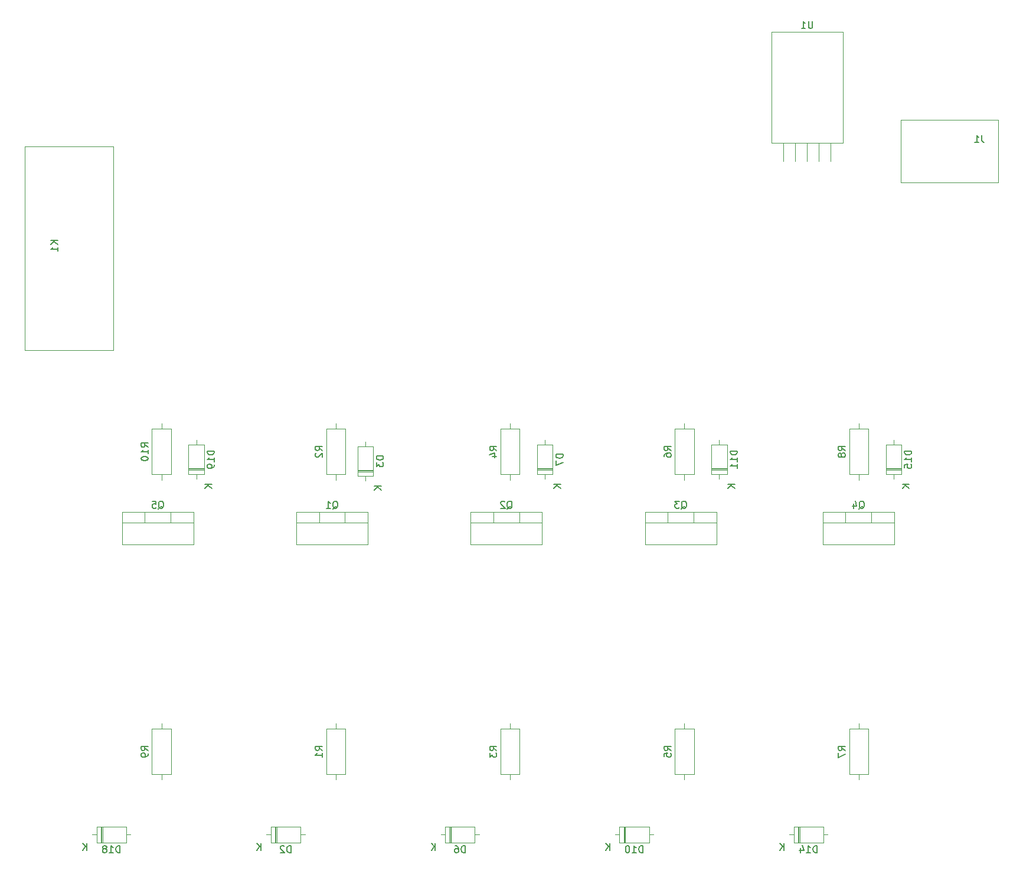
<source format=gbr>
%TF.GenerationSoftware,KiCad,Pcbnew,(5.1.10)-1*%
%TF.CreationDate,2022-08-30T02:24:47-07:00*%
%TF.ProjectId,Garden_Board,47617264-656e-45f4-926f-6172642e6b69,rev?*%
%TF.SameCoordinates,Original*%
%TF.FileFunction,Legend,Bot*%
%TF.FilePolarity,Positive*%
%FSLAX46Y46*%
G04 Gerber Fmt 4.6, Leading zero omitted, Abs format (unit mm)*
G04 Created by KiCad (PCBNEW (5.1.10)-1) date 2022-08-30 02:24:47*
%MOMM*%
%LPD*%
G01*
G04 APERTURE LIST*
%ADD10C,0.120000*%
%ADD11C,0.150000*%
G04 APERTURE END LIST*
D10*
%TO.C,U1*%
X150721000Y-56810000D02*
X140480000Y-56810000D01*
X150721000Y-40920000D02*
X140480000Y-40920000D01*
X150721000Y-40920000D02*
X150721000Y-56810000D01*
X140480000Y-40920000D02*
X140480000Y-56810000D01*
X149000000Y-56810000D02*
X149000000Y-59450000D01*
X147300000Y-56810000D02*
X147300000Y-59450000D01*
X145600000Y-56810000D02*
X145600000Y-59450000D01*
X143900000Y-56810000D02*
X143900000Y-59450000D01*
X142200000Y-56810000D02*
X142200000Y-59450000D01*
%TO.C,D19*%
X59120000Y-104310000D02*
X56880000Y-104310000D01*
X56880000Y-104310000D02*
X56880000Y-100070000D01*
X56880000Y-100070000D02*
X59120000Y-100070000D01*
X59120000Y-100070000D02*
X59120000Y-104310000D01*
X58000000Y-104960000D02*
X58000000Y-104310000D01*
X58000000Y-99420000D02*
X58000000Y-100070000D01*
X59120000Y-103590000D02*
X56880000Y-103590000D01*
X59120000Y-103470000D02*
X56880000Y-103470000D01*
X59120000Y-103710000D02*
X56880000Y-103710000D01*
%TO.C,D18*%
X43690000Y-157120000D02*
X43690000Y-154880000D01*
X43690000Y-154880000D02*
X47930000Y-154880000D01*
X47930000Y-154880000D02*
X47930000Y-157120000D01*
X47930000Y-157120000D02*
X43690000Y-157120000D01*
X43040000Y-156000000D02*
X43690000Y-156000000D01*
X48580000Y-156000000D02*
X47930000Y-156000000D01*
X44410000Y-157120000D02*
X44410000Y-154880000D01*
X44530000Y-157120000D02*
X44530000Y-154880000D01*
X44290000Y-157120000D02*
X44290000Y-154880000D01*
%TO.C,D15*%
X159120000Y-104310000D02*
X156880000Y-104310000D01*
X156880000Y-104310000D02*
X156880000Y-100070000D01*
X156880000Y-100070000D02*
X159120000Y-100070000D01*
X159120000Y-100070000D02*
X159120000Y-104310000D01*
X158000000Y-104960000D02*
X158000000Y-104310000D01*
X158000000Y-99420000D02*
X158000000Y-100070000D01*
X159120000Y-103590000D02*
X156880000Y-103590000D01*
X159120000Y-103470000D02*
X156880000Y-103470000D01*
X159120000Y-103710000D02*
X156880000Y-103710000D01*
%TO.C,D14*%
X143690000Y-157120000D02*
X143690000Y-154880000D01*
X143690000Y-154880000D02*
X147930000Y-154880000D01*
X147930000Y-154880000D02*
X147930000Y-157120000D01*
X147930000Y-157120000D02*
X143690000Y-157120000D01*
X143040000Y-156000000D02*
X143690000Y-156000000D01*
X148580000Y-156000000D02*
X147930000Y-156000000D01*
X144410000Y-157120000D02*
X144410000Y-154880000D01*
X144530000Y-157120000D02*
X144530000Y-154880000D01*
X144290000Y-157120000D02*
X144290000Y-154880000D01*
%TO.C,D11*%
X134120000Y-104310000D02*
X131880000Y-104310000D01*
X131880000Y-104310000D02*
X131880000Y-100070000D01*
X131880000Y-100070000D02*
X134120000Y-100070000D01*
X134120000Y-100070000D02*
X134120000Y-104310000D01*
X133000000Y-104960000D02*
X133000000Y-104310000D01*
X133000000Y-99420000D02*
X133000000Y-100070000D01*
X134120000Y-103590000D02*
X131880000Y-103590000D01*
X134120000Y-103470000D02*
X131880000Y-103470000D01*
X134120000Y-103710000D02*
X131880000Y-103710000D01*
%TO.C,D10*%
X118690000Y-157120000D02*
X118690000Y-154880000D01*
X118690000Y-154880000D02*
X122930000Y-154880000D01*
X122930000Y-154880000D02*
X122930000Y-157120000D01*
X122930000Y-157120000D02*
X118690000Y-157120000D01*
X118040000Y-156000000D02*
X118690000Y-156000000D01*
X123580000Y-156000000D02*
X122930000Y-156000000D01*
X119410000Y-157120000D02*
X119410000Y-154880000D01*
X119530000Y-157120000D02*
X119530000Y-154880000D01*
X119290000Y-157120000D02*
X119290000Y-154880000D01*
%TO.C,D7*%
X109120000Y-104310000D02*
X106880000Y-104310000D01*
X106880000Y-104310000D02*
X106880000Y-100070000D01*
X106880000Y-100070000D02*
X109120000Y-100070000D01*
X109120000Y-100070000D02*
X109120000Y-104310000D01*
X108000000Y-104960000D02*
X108000000Y-104310000D01*
X108000000Y-99420000D02*
X108000000Y-100070000D01*
X109120000Y-103590000D02*
X106880000Y-103590000D01*
X109120000Y-103470000D02*
X106880000Y-103470000D01*
X109120000Y-103710000D02*
X106880000Y-103710000D01*
%TO.C,D6*%
X93690000Y-157120000D02*
X93690000Y-154880000D01*
X93690000Y-154880000D02*
X97930000Y-154880000D01*
X97930000Y-154880000D02*
X97930000Y-157120000D01*
X97930000Y-157120000D02*
X93690000Y-157120000D01*
X93040000Y-156000000D02*
X93690000Y-156000000D01*
X98580000Y-156000000D02*
X97930000Y-156000000D01*
X94410000Y-157120000D02*
X94410000Y-154880000D01*
X94530000Y-157120000D02*
X94530000Y-154880000D01*
X94290000Y-157120000D02*
X94290000Y-154880000D01*
%TO.C,D3*%
X83370000Y-104560000D02*
X81130000Y-104560000D01*
X81130000Y-104560000D02*
X81130000Y-100320000D01*
X81130000Y-100320000D02*
X83370000Y-100320000D01*
X83370000Y-100320000D02*
X83370000Y-104560000D01*
X82250000Y-105210000D02*
X82250000Y-104560000D01*
X82250000Y-99670000D02*
X82250000Y-100320000D01*
X83370000Y-103840000D02*
X81130000Y-103840000D01*
X83370000Y-103720000D02*
X81130000Y-103720000D01*
X83370000Y-103960000D02*
X81130000Y-103960000D01*
%TO.C,D2*%
X68690000Y-157120000D02*
X68690000Y-154880000D01*
X68690000Y-154880000D02*
X72930000Y-154880000D01*
X72930000Y-154880000D02*
X72930000Y-157120000D01*
X72930000Y-157120000D02*
X68690000Y-157120000D01*
X68040000Y-156000000D02*
X68690000Y-156000000D01*
X73580000Y-156000000D02*
X72930000Y-156000000D01*
X69410000Y-157120000D02*
X69410000Y-154880000D01*
X69530000Y-157120000D02*
X69530000Y-154880000D01*
X69290000Y-157120000D02*
X69290000Y-154880000D01*
%TO.C,Q5*%
X57580000Y-109730000D02*
X47340000Y-109730000D01*
X57580000Y-114371000D02*
X47340000Y-114371000D01*
X57580000Y-109730000D02*
X57580000Y-114371000D01*
X47340000Y-109730000D02*
X47340000Y-114371000D01*
X57580000Y-111240000D02*
X47340000Y-111240000D01*
X54310000Y-109730000D02*
X54310000Y-111240000D01*
X50609000Y-109730000D02*
X50609000Y-111240000D01*
%TO.C,Q4*%
X158080000Y-109730000D02*
X147840000Y-109730000D01*
X158080000Y-114371000D02*
X147840000Y-114371000D01*
X158080000Y-109730000D02*
X158080000Y-114371000D01*
X147840000Y-109730000D02*
X147840000Y-114371000D01*
X158080000Y-111240000D02*
X147840000Y-111240000D01*
X154810000Y-109730000D02*
X154810000Y-111240000D01*
X151109000Y-109730000D02*
X151109000Y-111240000D01*
%TO.C,Q3*%
X132580000Y-109730000D02*
X122340000Y-109730000D01*
X132580000Y-114371000D02*
X122340000Y-114371000D01*
X132580000Y-109730000D02*
X132580000Y-114371000D01*
X122340000Y-109730000D02*
X122340000Y-114371000D01*
X132580000Y-111240000D02*
X122340000Y-111240000D01*
X129310000Y-109730000D02*
X129310000Y-111240000D01*
X125609000Y-109730000D02*
X125609000Y-111240000D01*
%TO.C,Q2*%
X107580000Y-109730000D02*
X97340000Y-109730000D01*
X107580000Y-114371000D02*
X97340000Y-114371000D01*
X107580000Y-109730000D02*
X107580000Y-114371000D01*
X97340000Y-109730000D02*
X97340000Y-114371000D01*
X107580000Y-111240000D02*
X97340000Y-111240000D01*
X104310000Y-109730000D02*
X104310000Y-111240000D01*
X100609000Y-109730000D02*
X100609000Y-111240000D01*
%TO.C,Q1*%
X82580000Y-109730000D02*
X72340000Y-109730000D01*
X82580000Y-114371000D02*
X72340000Y-114371000D01*
X82580000Y-109730000D02*
X82580000Y-114371000D01*
X72340000Y-109730000D02*
X72340000Y-114371000D01*
X82580000Y-111240000D02*
X72340000Y-111240000D01*
X79310000Y-109730000D02*
X79310000Y-111240000D01*
X75609000Y-109730000D02*
X75609000Y-111240000D01*
%TO.C,K1*%
X46090000Y-57350000D02*
X33390000Y-57350000D01*
X46090000Y-86550000D02*
X46090000Y-57350000D01*
X33390000Y-86550000D02*
X46090000Y-86550000D01*
X33390000Y-57350000D02*
X33390000Y-86550000D01*
%TO.C,R10*%
X51630000Y-97810000D02*
X54370000Y-97810000D01*
X54370000Y-97810000D02*
X54370000Y-104350000D01*
X54370000Y-104350000D02*
X51630000Y-104350000D01*
X51630000Y-104350000D02*
X51630000Y-97810000D01*
X53000000Y-97040000D02*
X53000000Y-97810000D01*
X53000000Y-105120000D02*
X53000000Y-104350000D01*
%TO.C,R9*%
X51630000Y-140810000D02*
X54370000Y-140810000D01*
X54370000Y-140810000D02*
X54370000Y-147350000D01*
X54370000Y-147350000D02*
X51630000Y-147350000D01*
X51630000Y-147350000D02*
X51630000Y-140810000D01*
X53000000Y-140040000D02*
X53000000Y-140810000D01*
X53000000Y-148120000D02*
X53000000Y-147350000D01*
%TO.C,R8*%
X151630000Y-97810000D02*
X154370000Y-97810000D01*
X154370000Y-97810000D02*
X154370000Y-104350000D01*
X154370000Y-104350000D02*
X151630000Y-104350000D01*
X151630000Y-104350000D02*
X151630000Y-97810000D01*
X153000000Y-97040000D02*
X153000000Y-97810000D01*
X153000000Y-105120000D02*
X153000000Y-104350000D01*
%TO.C,R7*%
X151630000Y-140810000D02*
X154370000Y-140810000D01*
X154370000Y-140810000D02*
X154370000Y-147350000D01*
X154370000Y-147350000D02*
X151630000Y-147350000D01*
X151630000Y-147350000D02*
X151630000Y-140810000D01*
X153000000Y-140040000D02*
X153000000Y-140810000D01*
X153000000Y-148120000D02*
X153000000Y-147350000D01*
%TO.C,R6*%
X126630000Y-97810000D02*
X129370000Y-97810000D01*
X129370000Y-97810000D02*
X129370000Y-104350000D01*
X129370000Y-104350000D02*
X126630000Y-104350000D01*
X126630000Y-104350000D02*
X126630000Y-97810000D01*
X128000000Y-97040000D02*
X128000000Y-97810000D01*
X128000000Y-105120000D02*
X128000000Y-104350000D01*
%TO.C,R5*%
X126630000Y-140810000D02*
X129370000Y-140810000D01*
X129370000Y-140810000D02*
X129370000Y-147350000D01*
X129370000Y-147350000D02*
X126630000Y-147350000D01*
X126630000Y-147350000D02*
X126630000Y-140810000D01*
X128000000Y-140040000D02*
X128000000Y-140810000D01*
X128000000Y-148120000D02*
X128000000Y-147350000D01*
%TO.C,R4*%
X101630000Y-97810000D02*
X104370000Y-97810000D01*
X104370000Y-97810000D02*
X104370000Y-104350000D01*
X104370000Y-104350000D02*
X101630000Y-104350000D01*
X101630000Y-104350000D02*
X101630000Y-97810000D01*
X103000000Y-97040000D02*
X103000000Y-97810000D01*
X103000000Y-105120000D02*
X103000000Y-104350000D01*
%TO.C,R3*%
X101630000Y-140810000D02*
X104370000Y-140810000D01*
X104370000Y-140810000D02*
X104370000Y-147350000D01*
X104370000Y-147350000D02*
X101630000Y-147350000D01*
X101630000Y-147350000D02*
X101630000Y-140810000D01*
X103000000Y-140040000D02*
X103000000Y-140810000D01*
X103000000Y-148120000D02*
X103000000Y-147350000D01*
%TO.C,R2*%
X76630000Y-97810000D02*
X79370000Y-97810000D01*
X79370000Y-97810000D02*
X79370000Y-104350000D01*
X79370000Y-104350000D02*
X76630000Y-104350000D01*
X76630000Y-104350000D02*
X76630000Y-97810000D01*
X78000000Y-97040000D02*
X78000000Y-97810000D01*
X78000000Y-105120000D02*
X78000000Y-104350000D01*
%TO.C,R1*%
X76630000Y-140810000D02*
X79370000Y-140810000D01*
X79370000Y-140810000D02*
X79370000Y-147350000D01*
X79370000Y-147350000D02*
X76630000Y-147350000D01*
X76630000Y-147350000D02*
X76630000Y-140810000D01*
X78000000Y-140040000D02*
X78000000Y-140810000D01*
X78000000Y-148120000D02*
X78000000Y-147350000D01*
%TO.C,J1*%
X159000000Y-53500000D02*
X173000000Y-53500000D01*
X173000000Y-53500000D02*
X173000000Y-62500000D01*
X173000000Y-62500000D02*
X159000000Y-62500000D01*
X159000000Y-62500000D02*
X159000000Y-53500000D01*
%TO.C,U1*%
D11*
X146361904Y-39372380D02*
X146361904Y-40181904D01*
X146314285Y-40277142D01*
X146266666Y-40324761D01*
X146171428Y-40372380D01*
X145980952Y-40372380D01*
X145885714Y-40324761D01*
X145838095Y-40277142D01*
X145790476Y-40181904D01*
X145790476Y-39372380D01*
X144790476Y-40372380D02*
X145361904Y-40372380D01*
X145076190Y-40372380D02*
X145076190Y-39372380D01*
X145171428Y-39515238D01*
X145266666Y-39610476D01*
X145361904Y-39658095D01*
%TO.C,D19*%
X60572380Y-100975714D02*
X59572380Y-100975714D01*
X59572380Y-101213809D01*
X59620000Y-101356666D01*
X59715238Y-101451904D01*
X59810476Y-101499523D01*
X60000952Y-101547142D01*
X60143809Y-101547142D01*
X60334285Y-101499523D01*
X60429523Y-101451904D01*
X60524761Y-101356666D01*
X60572380Y-101213809D01*
X60572380Y-100975714D01*
X60572380Y-102499523D02*
X60572380Y-101928095D01*
X60572380Y-102213809D02*
X59572380Y-102213809D01*
X59715238Y-102118571D01*
X59810476Y-102023333D01*
X59858095Y-101928095D01*
X60572380Y-102975714D02*
X60572380Y-103166190D01*
X60524761Y-103261428D01*
X60477142Y-103309047D01*
X60334285Y-103404285D01*
X60143809Y-103451904D01*
X59762857Y-103451904D01*
X59667619Y-103404285D01*
X59620000Y-103356666D01*
X59572380Y-103261428D01*
X59572380Y-103070952D01*
X59620000Y-102975714D01*
X59667619Y-102928095D01*
X59762857Y-102880476D01*
X60000952Y-102880476D01*
X60096190Y-102928095D01*
X60143809Y-102975714D01*
X60191428Y-103070952D01*
X60191428Y-103261428D01*
X60143809Y-103356666D01*
X60096190Y-103404285D01*
X60000952Y-103451904D01*
X60252380Y-105738095D02*
X59252380Y-105738095D01*
X60252380Y-106309523D02*
X59680952Y-105880952D01*
X59252380Y-106309523D02*
X59823809Y-105738095D01*
%TO.C,D18*%
X47024285Y-158572380D02*
X47024285Y-157572380D01*
X46786190Y-157572380D01*
X46643333Y-157620000D01*
X46548095Y-157715238D01*
X46500476Y-157810476D01*
X46452857Y-158000952D01*
X46452857Y-158143809D01*
X46500476Y-158334285D01*
X46548095Y-158429523D01*
X46643333Y-158524761D01*
X46786190Y-158572380D01*
X47024285Y-158572380D01*
X45500476Y-158572380D02*
X46071904Y-158572380D01*
X45786190Y-158572380D02*
X45786190Y-157572380D01*
X45881428Y-157715238D01*
X45976666Y-157810476D01*
X46071904Y-157858095D01*
X44929047Y-158000952D02*
X45024285Y-157953333D01*
X45071904Y-157905714D01*
X45119523Y-157810476D01*
X45119523Y-157762857D01*
X45071904Y-157667619D01*
X45024285Y-157620000D01*
X44929047Y-157572380D01*
X44738571Y-157572380D01*
X44643333Y-157620000D01*
X44595714Y-157667619D01*
X44548095Y-157762857D01*
X44548095Y-157810476D01*
X44595714Y-157905714D01*
X44643333Y-157953333D01*
X44738571Y-158000952D01*
X44929047Y-158000952D01*
X45024285Y-158048571D01*
X45071904Y-158096190D01*
X45119523Y-158191428D01*
X45119523Y-158381904D01*
X45071904Y-158477142D01*
X45024285Y-158524761D01*
X44929047Y-158572380D01*
X44738571Y-158572380D01*
X44643333Y-158524761D01*
X44595714Y-158477142D01*
X44548095Y-158381904D01*
X44548095Y-158191428D01*
X44595714Y-158096190D01*
X44643333Y-158048571D01*
X44738571Y-158000952D01*
X42261904Y-158252380D02*
X42261904Y-157252380D01*
X41690476Y-158252380D02*
X42119047Y-157680952D01*
X41690476Y-157252380D02*
X42261904Y-157823809D01*
%TO.C,D15*%
X160572380Y-100975714D02*
X159572380Y-100975714D01*
X159572380Y-101213809D01*
X159620000Y-101356666D01*
X159715238Y-101451904D01*
X159810476Y-101499523D01*
X160000952Y-101547142D01*
X160143809Y-101547142D01*
X160334285Y-101499523D01*
X160429523Y-101451904D01*
X160524761Y-101356666D01*
X160572380Y-101213809D01*
X160572380Y-100975714D01*
X160572380Y-102499523D02*
X160572380Y-101928095D01*
X160572380Y-102213809D02*
X159572380Y-102213809D01*
X159715238Y-102118571D01*
X159810476Y-102023333D01*
X159858095Y-101928095D01*
X159572380Y-103404285D02*
X159572380Y-102928095D01*
X160048571Y-102880476D01*
X160000952Y-102928095D01*
X159953333Y-103023333D01*
X159953333Y-103261428D01*
X160000952Y-103356666D01*
X160048571Y-103404285D01*
X160143809Y-103451904D01*
X160381904Y-103451904D01*
X160477142Y-103404285D01*
X160524761Y-103356666D01*
X160572380Y-103261428D01*
X160572380Y-103023333D01*
X160524761Y-102928095D01*
X160477142Y-102880476D01*
X160252380Y-105738095D02*
X159252380Y-105738095D01*
X160252380Y-106309523D02*
X159680952Y-105880952D01*
X159252380Y-106309523D02*
X159823809Y-105738095D01*
%TO.C,D14*%
X147024285Y-158572380D02*
X147024285Y-157572380D01*
X146786190Y-157572380D01*
X146643333Y-157620000D01*
X146548095Y-157715238D01*
X146500476Y-157810476D01*
X146452857Y-158000952D01*
X146452857Y-158143809D01*
X146500476Y-158334285D01*
X146548095Y-158429523D01*
X146643333Y-158524761D01*
X146786190Y-158572380D01*
X147024285Y-158572380D01*
X145500476Y-158572380D02*
X146071904Y-158572380D01*
X145786190Y-158572380D02*
X145786190Y-157572380D01*
X145881428Y-157715238D01*
X145976666Y-157810476D01*
X146071904Y-157858095D01*
X144643333Y-157905714D02*
X144643333Y-158572380D01*
X144881428Y-157524761D02*
X145119523Y-158239047D01*
X144500476Y-158239047D01*
X142261904Y-158252380D02*
X142261904Y-157252380D01*
X141690476Y-158252380D02*
X142119047Y-157680952D01*
X141690476Y-157252380D02*
X142261904Y-157823809D01*
%TO.C,D11*%
X135572380Y-100975714D02*
X134572380Y-100975714D01*
X134572380Y-101213809D01*
X134620000Y-101356666D01*
X134715238Y-101451904D01*
X134810476Y-101499523D01*
X135000952Y-101547142D01*
X135143809Y-101547142D01*
X135334285Y-101499523D01*
X135429523Y-101451904D01*
X135524761Y-101356666D01*
X135572380Y-101213809D01*
X135572380Y-100975714D01*
X135572380Y-102499523D02*
X135572380Y-101928095D01*
X135572380Y-102213809D02*
X134572380Y-102213809D01*
X134715238Y-102118571D01*
X134810476Y-102023333D01*
X134858095Y-101928095D01*
X135572380Y-103451904D02*
X135572380Y-102880476D01*
X135572380Y-103166190D02*
X134572380Y-103166190D01*
X134715238Y-103070952D01*
X134810476Y-102975714D01*
X134858095Y-102880476D01*
X135252380Y-105738095D02*
X134252380Y-105738095D01*
X135252380Y-106309523D02*
X134680952Y-105880952D01*
X134252380Y-106309523D02*
X134823809Y-105738095D01*
%TO.C,D10*%
X122024285Y-158572380D02*
X122024285Y-157572380D01*
X121786190Y-157572380D01*
X121643333Y-157620000D01*
X121548095Y-157715238D01*
X121500476Y-157810476D01*
X121452857Y-158000952D01*
X121452857Y-158143809D01*
X121500476Y-158334285D01*
X121548095Y-158429523D01*
X121643333Y-158524761D01*
X121786190Y-158572380D01*
X122024285Y-158572380D01*
X120500476Y-158572380D02*
X121071904Y-158572380D01*
X120786190Y-158572380D02*
X120786190Y-157572380D01*
X120881428Y-157715238D01*
X120976666Y-157810476D01*
X121071904Y-157858095D01*
X119881428Y-157572380D02*
X119786190Y-157572380D01*
X119690952Y-157620000D01*
X119643333Y-157667619D01*
X119595714Y-157762857D01*
X119548095Y-157953333D01*
X119548095Y-158191428D01*
X119595714Y-158381904D01*
X119643333Y-158477142D01*
X119690952Y-158524761D01*
X119786190Y-158572380D01*
X119881428Y-158572380D01*
X119976666Y-158524761D01*
X120024285Y-158477142D01*
X120071904Y-158381904D01*
X120119523Y-158191428D01*
X120119523Y-157953333D01*
X120071904Y-157762857D01*
X120024285Y-157667619D01*
X119976666Y-157620000D01*
X119881428Y-157572380D01*
X117261904Y-158252380D02*
X117261904Y-157252380D01*
X116690476Y-158252380D02*
X117119047Y-157680952D01*
X116690476Y-157252380D02*
X117261904Y-157823809D01*
%TO.C,D7*%
X110572380Y-101451904D02*
X109572380Y-101451904D01*
X109572380Y-101690000D01*
X109620000Y-101832857D01*
X109715238Y-101928095D01*
X109810476Y-101975714D01*
X110000952Y-102023333D01*
X110143809Y-102023333D01*
X110334285Y-101975714D01*
X110429523Y-101928095D01*
X110524761Y-101832857D01*
X110572380Y-101690000D01*
X110572380Y-101451904D01*
X109572380Y-102356666D02*
X109572380Y-103023333D01*
X110572380Y-102594761D01*
X110252380Y-105738095D02*
X109252380Y-105738095D01*
X110252380Y-106309523D02*
X109680952Y-105880952D01*
X109252380Y-106309523D02*
X109823809Y-105738095D01*
%TO.C,D6*%
X96548095Y-158572380D02*
X96548095Y-157572380D01*
X96310000Y-157572380D01*
X96167142Y-157620000D01*
X96071904Y-157715238D01*
X96024285Y-157810476D01*
X95976666Y-158000952D01*
X95976666Y-158143809D01*
X96024285Y-158334285D01*
X96071904Y-158429523D01*
X96167142Y-158524761D01*
X96310000Y-158572380D01*
X96548095Y-158572380D01*
X95119523Y-157572380D02*
X95310000Y-157572380D01*
X95405238Y-157620000D01*
X95452857Y-157667619D01*
X95548095Y-157810476D01*
X95595714Y-158000952D01*
X95595714Y-158381904D01*
X95548095Y-158477142D01*
X95500476Y-158524761D01*
X95405238Y-158572380D01*
X95214761Y-158572380D01*
X95119523Y-158524761D01*
X95071904Y-158477142D01*
X95024285Y-158381904D01*
X95024285Y-158143809D01*
X95071904Y-158048571D01*
X95119523Y-158000952D01*
X95214761Y-157953333D01*
X95405238Y-157953333D01*
X95500476Y-158000952D01*
X95548095Y-158048571D01*
X95595714Y-158143809D01*
X92261904Y-158252380D02*
X92261904Y-157252380D01*
X91690476Y-158252380D02*
X92119047Y-157680952D01*
X91690476Y-157252380D02*
X92261904Y-157823809D01*
%TO.C,D3*%
X84822380Y-101701904D02*
X83822380Y-101701904D01*
X83822380Y-101940000D01*
X83870000Y-102082857D01*
X83965238Y-102178095D01*
X84060476Y-102225714D01*
X84250952Y-102273333D01*
X84393809Y-102273333D01*
X84584285Y-102225714D01*
X84679523Y-102178095D01*
X84774761Y-102082857D01*
X84822380Y-101940000D01*
X84822380Y-101701904D01*
X83822380Y-102606666D02*
X83822380Y-103225714D01*
X84203333Y-102892380D01*
X84203333Y-103035238D01*
X84250952Y-103130476D01*
X84298571Y-103178095D01*
X84393809Y-103225714D01*
X84631904Y-103225714D01*
X84727142Y-103178095D01*
X84774761Y-103130476D01*
X84822380Y-103035238D01*
X84822380Y-102749523D01*
X84774761Y-102654285D01*
X84727142Y-102606666D01*
X84502380Y-105988095D02*
X83502380Y-105988095D01*
X84502380Y-106559523D02*
X83930952Y-106130952D01*
X83502380Y-106559523D02*
X84073809Y-105988095D01*
%TO.C,D2*%
X71548095Y-158572380D02*
X71548095Y-157572380D01*
X71310000Y-157572380D01*
X71167142Y-157620000D01*
X71071904Y-157715238D01*
X71024285Y-157810476D01*
X70976666Y-158000952D01*
X70976666Y-158143809D01*
X71024285Y-158334285D01*
X71071904Y-158429523D01*
X71167142Y-158524761D01*
X71310000Y-158572380D01*
X71548095Y-158572380D01*
X70595714Y-157667619D02*
X70548095Y-157620000D01*
X70452857Y-157572380D01*
X70214761Y-157572380D01*
X70119523Y-157620000D01*
X70071904Y-157667619D01*
X70024285Y-157762857D01*
X70024285Y-157858095D01*
X70071904Y-158000952D01*
X70643333Y-158572380D01*
X70024285Y-158572380D01*
X67261904Y-158252380D02*
X67261904Y-157252380D01*
X66690476Y-158252380D02*
X67119047Y-157680952D01*
X66690476Y-157252380D02*
X67261904Y-157823809D01*
%TO.C,Q5*%
X52555238Y-109277619D02*
X52650476Y-109230000D01*
X52745714Y-109134761D01*
X52888571Y-108991904D01*
X52983809Y-108944285D01*
X53079047Y-108944285D01*
X53031428Y-109182380D02*
X53126666Y-109134761D01*
X53221904Y-109039523D01*
X53269523Y-108849047D01*
X53269523Y-108515714D01*
X53221904Y-108325238D01*
X53126666Y-108230000D01*
X53031428Y-108182380D01*
X52840952Y-108182380D01*
X52745714Y-108230000D01*
X52650476Y-108325238D01*
X52602857Y-108515714D01*
X52602857Y-108849047D01*
X52650476Y-109039523D01*
X52745714Y-109134761D01*
X52840952Y-109182380D01*
X53031428Y-109182380D01*
X51698095Y-108182380D02*
X52174285Y-108182380D01*
X52221904Y-108658571D01*
X52174285Y-108610952D01*
X52079047Y-108563333D01*
X51840952Y-108563333D01*
X51745714Y-108610952D01*
X51698095Y-108658571D01*
X51650476Y-108753809D01*
X51650476Y-108991904D01*
X51698095Y-109087142D01*
X51745714Y-109134761D01*
X51840952Y-109182380D01*
X52079047Y-109182380D01*
X52174285Y-109134761D01*
X52221904Y-109087142D01*
%TO.C,Q4*%
X153055238Y-109277619D02*
X153150476Y-109230000D01*
X153245714Y-109134761D01*
X153388571Y-108991904D01*
X153483809Y-108944285D01*
X153579047Y-108944285D01*
X153531428Y-109182380D02*
X153626666Y-109134761D01*
X153721904Y-109039523D01*
X153769523Y-108849047D01*
X153769523Y-108515714D01*
X153721904Y-108325238D01*
X153626666Y-108230000D01*
X153531428Y-108182380D01*
X153340952Y-108182380D01*
X153245714Y-108230000D01*
X153150476Y-108325238D01*
X153102857Y-108515714D01*
X153102857Y-108849047D01*
X153150476Y-109039523D01*
X153245714Y-109134761D01*
X153340952Y-109182380D01*
X153531428Y-109182380D01*
X152245714Y-108515714D02*
X152245714Y-109182380D01*
X152483809Y-108134761D02*
X152721904Y-108849047D01*
X152102857Y-108849047D01*
%TO.C,Q3*%
X127555238Y-109277619D02*
X127650476Y-109230000D01*
X127745714Y-109134761D01*
X127888571Y-108991904D01*
X127983809Y-108944285D01*
X128079047Y-108944285D01*
X128031428Y-109182380D02*
X128126666Y-109134761D01*
X128221904Y-109039523D01*
X128269523Y-108849047D01*
X128269523Y-108515714D01*
X128221904Y-108325238D01*
X128126666Y-108230000D01*
X128031428Y-108182380D01*
X127840952Y-108182380D01*
X127745714Y-108230000D01*
X127650476Y-108325238D01*
X127602857Y-108515714D01*
X127602857Y-108849047D01*
X127650476Y-109039523D01*
X127745714Y-109134761D01*
X127840952Y-109182380D01*
X128031428Y-109182380D01*
X127269523Y-108182380D02*
X126650476Y-108182380D01*
X126983809Y-108563333D01*
X126840952Y-108563333D01*
X126745714Y-108610952D01*
X126698095Y-108658571D01*
X126650476Y-108753809D01*
X126650476Y-108991904D01*
X126698095Y-109087142D01*
X126745714Y-109134761D01*
X126840952Y-109182380D01*
X127126666Y-109182380D01*
X127221904Y-109134761D01*
X127269523Y-109087142D01*
%TO.C,Q2*%
X102555238Y-109277619D02*
X102650476Y-109230000D01*
X102745714Y-109134761D01*
X102888571Y-108991904D01*
X102983809Y-108944285D01*
X103079047Y-108944285D01*
X103031428Y-109182380D02*
X103126666Y-109134761D01*
X103221904Y-109039523D01*
X103269523Y-108849047D01*
X103269523Y-108515714D01*
X103221904Y-108325238D01*
X103126666Y-108230000D01*
X103031428Y-108182380D01*
X102840952Y-108182380D01*
X102745714Y-108230000D01*
X102650476Y-108325238D01*
X102602857Y-108515714D01*
X102602857Y-108849047D01*
X102650476Y-109039523D01*
X102745714Y-109134761D01*
X102840952Y-109182380D01*
X103031428Y-109182380D01*
X102221904Y-108277619D02*
X102174285Y-108230000D01*
X102079047Y-108182380D01*
X101840952Y-108182380D01*
X101745714Y-108230000D01*
X101698095Y-108277619D01*
X101650476Y-108372857D01*
X101650476Y-108468095D01*
X101698095Y-108610952D01*
X102269523Y-109182380D01*
X101650476Y-109182380D01*
%TO.C,Q1*%
X77555238Y-109277619D02*
X77650476Y-109230000D01*
X77745714Y-109134761D01*
X77888571Y-108991904D01*
X77983809Y-108944285D01*
X78079047Y-108944285D01*
X78031428Y-109182380D02*
X78126666Y-109134761D01*
X78221904Y-109039523D01*
X78269523Y-108849047D01*
X78269523Y-108515714D01*
X78221904Y-108325238D01*
X78126666Y-108230000D01*
X78031428Y-108182380D01*
X77840952Y-108182380D01*
X77745714Y-108230000D01*
X77650476Y-108325238D01*
X77602857Y-108515714D01*
X77602857Y-108849047D01*
X77650476Y-109039523D01*
X77745714Y-109134761D01*
X77840952Y-109182380D01*
X78031428Y-109182380D01*
X76650476Y-109182380D02*
X77221904Y-109182380D01*
X76936190Y-109182380D02*
X76936190Y-108182380D01*
X77031428Y-108325238D01*
X77126666Y-108420476D01*
X77221904Y-108468095D01*
%TO.C,K1*%
X38132380Y-70811904D02*
X37132380Y-70811904D01*
X38132380Y-71383333D02*
X37560952Y-70954761D01*
X37132380Y-71383333D02*
X37703809Y-70811904D01*
X38132380Y-72335714D02*
X38132380Y-71764285D01*
X38132380Y-72050000D02*
X37132380Y-72050000D01*
X37275238Y-71954761D01*
X37370476Y-71859523D01*
X37418095Y-71764285D01*
%TO.C,R10*%
X51082380Y-100437142D02*
X50606190Y-100103809D01*
X51082380Y-99865714D02*
X50082380Y-99865714D01*
X50082380Y-100246666D01*
X50130000Y-100341904D01*
X50177619Y-100389523D01*
X50272857Y-100437142D01*
X50415714Y-100437142D01*
X50510952Y-100389523D01*
X50558571Y-100341904D01*
X50606190Y-100246666D01*
X50606190Y-99865714D01*
X51082380Y-101389523D02*
X51082380Y-100818095D01*
X51082380Y-101103809D02*
X50082380Y-101103809D01*
X50225238Y-101008571D01*
X50320476Y-100913333D01*
X50368095Y-100818095D01*
X50082380Y-102008571D02*
X50082380Y-102103809D01*
X50130000Y-102199047D01*
X50177619Y-102246666D01*
X50272857Y-102294285D01*
X50463333Y-102341904D01*
X50701428Y-102341904D01*
X50891904Y-102294285D01*
X50987142Y-102246666D01*
X51034761Y-102199047D01*
X51082380Y-102103809D01*
X51082380Y-102008571D01*
X51034761Y-101913333D01*
X50987142Y-101865714D01*
X50891904Y-101818095D01*
X50701428Y-101770476D01*
X50463333Y-101770476D01*
X50272857Y-101818095D01*
X50177619Y-101865714D01*
X50130000Y-101913333D01*
X50082380Y-102008571D01*
%TO.C,R9*%
X51082380Y-143913333D02*
X50606190Y-143580000D01*
X51082380Y-143341904D02*
X50082380Y-143341904D01*
X50082380Y-143722857D01*
X50130000Y-143818095D01*
X50177619Y-143865714D01*
X50272857Y-143913333D01*
X50415714Y-143913333D01*
X50510952Y-143865714D01*
X50558571Y-143818095D01*
X50606190Y-143722857D01*
X50606190Y-143341904D01*
X51082380Y-144389523D02*
X51082380Y-144580000D01*
X51034761Y-144675238D01*
X50987142Y-144722857D01*
X50844285Y-144818095D01*
X50653809Y-144865714D01*
X50272857Y-144865714D01*
X50177619Y-144818095D01*
X50130000Y-144770476D01*
X50082380Y-144675238D01*
X50082380Y-144484761D01*
X50130000Y-144389523D01*
X50177619Y-144341904D01*
X50272857Y-144294285D01*
X50510952Y-144294285D01*
X50606190Y-144341904D01*
X50653809Y-144389523D01*
X50701428Y-144484761D01*
X50701428Y-144675238D01*
X50653809Y-144770476D01*
X50606190Y-144818095D01*
X50510952Y-144865714D01*
%TO.C,R8*%
X151082380Y-100913333D02*
X150606190Y-100580000D01*
X151082380Y-100341904D02*
X150082380Y-100341904D01*
X150082380Y-100722857D01*
X150130000Y-100818095D01*
X150177619Y-100865714D01*
X150272857Y-100913333D01*
X150415714Y-100913333D01*
X150510952Y-100865714D01*
X150558571Y-100818095D01*
X150606190Y-100722857D01*
X150606190Y-100341904D01*
X150510952Y-101484761D02*
X150463333Y-101389523D01*
X150415714Y-101341904D01*
X150320476Y-101294285D01*
X150272857Y-101294285D01*
X150177619Y-101341904D01*
X150130000Y-101389523D01*
X150082380Y-101484761D01*
X150082380Y-101675238D01*
X150130000Y-101770476D01*
X150177619Y-101818095D01*
X150272857Y-101865714D01*
X150320476Y-101865714D01*
X150415714Y-101818095D01*
X150463333Y-101770476D01*
X150510952Y-101675238D01*
X150510952Y-101484761D01*
X150558571Y-101389523D01*
X150606190Y-101341904D01*
X150701428Y-101294285D01*
X150891904Y-101294285D01*
X150987142Y-101341904D01*
X151034761Y-101389523D01*
X151082380Y-101484761D01*
X151082380Y-101675238D01*
X151034761Y-101770476D01*
X150987142Y-101818095D01*
X150891904Y-101865714D01*
X150701428Y-101865714D01*
X150606190Y-101818095D01*
X150558571Y-101770476D01*
X150510952Y-101675238D01*
%TO.C,R7*%
X151082380Y-143913333D02*
X150606190Y-143580000D01*
X151082380Y-143341904D02*
X150082380Y-143341904D01*
X150082380Y-143722857D01*
X150130000Y-143818095D01*
X150177619Y-143865714D01*
X150272857Y-143913333D01*
X150415714Y-143913333D01*
X150510952Y-143865714D01*
X150558571Y-143818095D01*
X150606190Y-143722857D01*
X150606190Y-143341904D01*
X150082380Y-144246666D02*
X150082380Y-144913333D01*
X151082380Y-144484761D01*
%TO.C,R6*%
X126082380Y-100913333D02*
X125606190Y-100580000D01*
X126082380Y-100341904D02*
X125082380Y-100341904D01*
X125082380Y-100722857D01*
X125130000Y-100818095D01*
X125177619Y-100865714D01*
X125272857Y-100913333D01*
X125415714Y-100913333D01*
X125510952Y-100865714D01*
X125558571Y-100818095D01*
X125606190Y-100722857D01*
X125606190Y-100341904D01*
X125082380Y-101770476D02*
X125082380Y-101580000D01*
X125130000Y-101484761D01*
X125177619Y-101437142D01*
X125320476Y-101341904D01*
X125510952Y-101294285D01*
X125891904Y-101294285D01*
X125987142Y-101341904D01*
X126034761Y-101389523D01*
X126082380Y-101484761D01*
X126082380Y-101675238D01*
X126034761Y-101770476D01*
X125987142Y-101818095D01*
X125891904Y-101865714D01*
X125653809Y-101865714D01*
X125558571Y-101818095D01*
X125510952Y-101770476D01*
X125463333Y-101675238D01*
X125463333Y-101484761D01*
X125510952Y-101389523D01*
X125558571Y-101341904D01*
X125653809Y-101294285D01*
%TO.C,R5*%
X126082380Y-143913333D02*
X125606190Y-143580000D01*
X126082380Y-143341904D02*
X125082380Y-143341904D01*
X125082380Y-143722857D01*
X125130000Y-143818095D01*
X125177619Y-143865714D01*
X125272857Y-143913333D01*
X125415714Y-143913333D01*
X125510952Y-143865714D01*
X125558571Y-143818095D01*
X125606190Y-143722857D01*
X125606190Y-143341904D01*
X125082380Y-144818095D02*
X125082380Y-144341904D01*
X125558571Y-144294285D01*
X125510952Y-144341904D01*
X125463333Y-144437142D01*
X125463333Y-144675238D01*
X125510952Y-144770476D01*
X125558571Y-144818095D01*
X125653809Y-144865714D01*
X125891904Y-144865714D01*
X125987142Y-144818095D01*
X126034761Y-144770476D01*
X126082380Y-144675238D01*
X126082380Y-144437142D01*
X126034761Y-144341904D01*
X125987142Y-144294285D01*
%TO.C,R4*%
X101082380Y-100913333D02*
X100606190Y-100580000D01*
X101082380Y-100341904D02*
X100082380Y-100341904D01*
X100082380Y-100722857D01*
X100130000Y-100818095D01*
X100177619Y-100865714D01*
X100272857Y-100913333D01*
X100415714Y-100913333D01*
X100510952Y-100865714D01*
X100558571Y-100818095D01*
X100606190Y-100722857D01*
X100606190Y-100341904D01*
X100415714Y-101770476D02*
X101082380Y-101770476D01*
X100034761Y-101532380D02*
X100749047Y-101294285D01*
X100749047Y-101913333D01*
%TO.C,R3*%
X101082380Y-143913333D02*
X100606190Y-143580000D01*
X101082380Y-143341904D02*
X100082380Y-143341904D01*
X100082380Y-143722857D01*
X100130000Y-143818095D01*
X100177619Y-143865714D01*
X100272857Y-143913333D01*
X100415714Y-143913333D01*
X100510952Y-143865714D01*
X100558571Y-143818095D01*
X100606190Y-143722857D01*
X100606190Y-143341904D01*
X100082380Y-144246666D02*
X100082380Y-144865714D01*
X100463333Y-144532380D01*
X100463333Y-144675238D01*
X100510952Y-144770476D01*
X100558571Y-144818095D01*
X100653809Y-144865714D01*
X100891904Y-144865714D01*
X100987142Y-144818095D01*
X101034761Y-144770476D01*
X101082380Y-144675238D01*
X101082380Y-144389523D01*
X101034761Y-144294285D01*
X100987142Y-144246666D01*
%TO.C,R2*%
X76082380Y-100913333D02*
X75606190Y-100580000D01*
X76082380Y-100341904D02*
X75082380Y-100341904D01*
X75082380Y-100722857D01*
X75130000Y-100818095D01*
X75177619Y-100865714D01*
X75272857Y-100913333D01*
X75415714Y-100913333D01*
X75510952Y-100865714D01*
X75558571Y-100818095D01*
X75606190Y-100722857D01*
X75606190Y-100341904D01*
X75177619Y-101294285D02*
X75130000Y-101341904D01*
X75082380Y-101437142D01*
X75082380Y-101675238D01*
X75130000Y-101770476D01*
X75177619Y-101818095D01*
X75272857Y-101865714D01*
X75368095Y-101865714D01*
X75510952Y-101818095D01*
X76082380Y-101246666D01*
X76082380Y-101865714D01*
%TO.C,R1*%
X76082380Y-143913333D02*
X75606190Y-143580000D01*
X76082380Y-143341904D02*
X75082380Y-143341904D01*
X75082380Y-143722857D01*
X75130000Y-143818095D01*
X75177619Y-143865714D01*
X75272857Y-143913333D01*
X75415714Y-143913333D01*
X75510952Y-143865714D01*
X75558571Y-143818095D01*
X75606190Y-143722857D01*
X75606190Y-143341904D01*
X76082380Y-144865714D02*
X76082380Y-144294285D01*
X76082380Y-144580000D02*
X75082380Y-144580000D01*
X75225238Y-144484761D01*
X75320476Y-144389523D01*
X75368095Y-144294285D01*
%TO.C,J1*%
X170633333Y-55732380D02*
X170633333Y-56446666D01*
X170680952Y-56589523D01*
X170776190Y-56684761D01*
X170919047Y-56732380D01*
X171014285Y-56732380D01*
X169633333Y-56732380D02*
X170204761Y-56732380D01*
X169919047Y-56732380D02*
X169919047Y-55732380D01*
X170014285Y-55875238D01*
X170109523Y-55970476D01*
X170204761Y-56018095D01*
%TD*%
M02*

</source>
